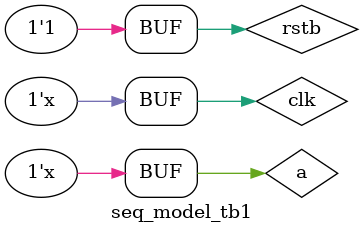
<source format=v>
module seq_model(b, rstb, clk,a);
output reg b;
input rstb, clk, a;

always @(posedge clk or negedge rstb)
if(!rstb)
    b <= 0;
else
    b <= a;
endmodule

// seq_model_tb.v
//½Ã¹Ä·¹ÀÌ¼Ç Å×½ºÆ®º¥Ä¡
`timescale 1ns/1ns

module seq_model_tb1;
wire b;
reg rstb, clk, a;

seq_model seq_model_tb0(
    .rstb(rstb),
    .clk(clk),
    .a(a),
    .b(b)
); // ÀÌ¸§¿¡ ÀÇÇÑ ÇÒ´ç

initial begin //ÃÊ±ê°ª ¼³Á¤
    rstb = 0;
    clk = 0;
    a = 0;
    #15 rstb = 1;
end

always #5 clk = ~clk; // 5nsÀÇ ½Ã°£ Áö¿¬
always #10 a = ~a; // 10nsÀÇ ½Ã°£ Áö¿¬

endmodule

</source>
